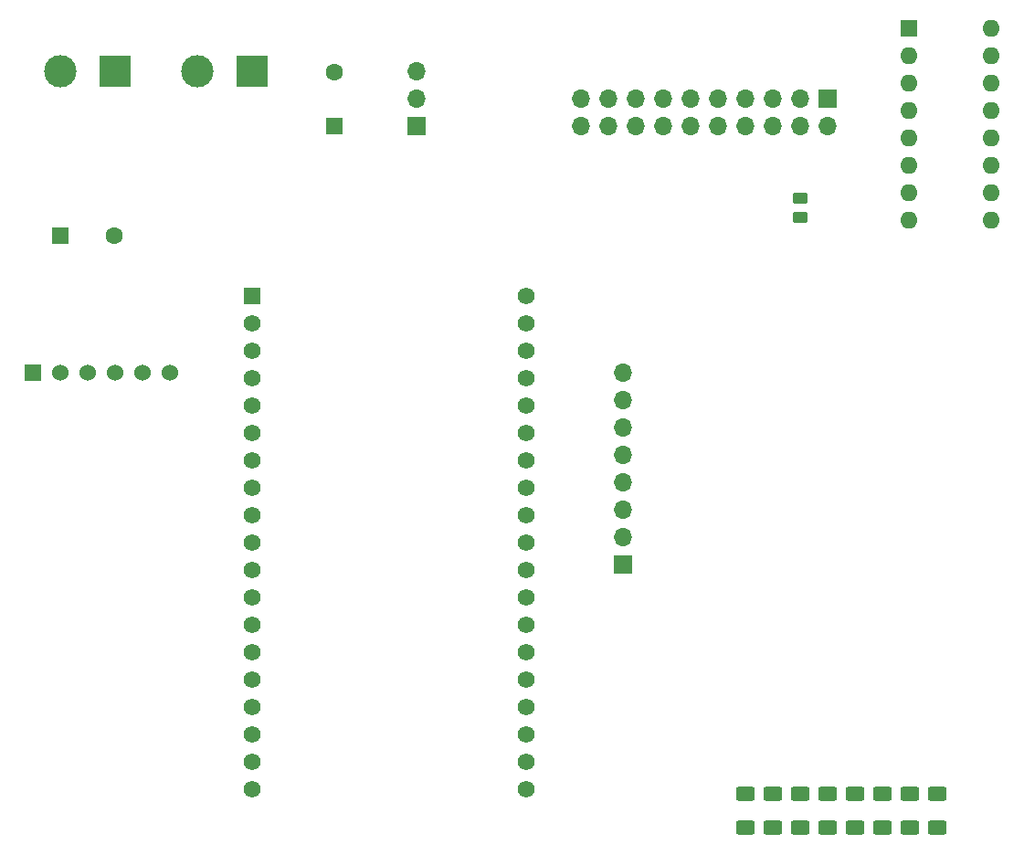
<source format=gbr>
%TF.GenerationSoftware,KiCad,Pcbnew,6.0.2+dfsg-1*%
%TF.CreationDate,2023-04-20T15:10:53+02:00*%
%TF.ProjectId,login-controller,6c6f6769-6e2d-4636-9f6e-74726f6c6c65,rev?*%
%TF.SameCoordinates,Original*%
%TF.FileFunction,Soldermask,Top*%
%TF.FilePolarity,Negative*%
%FSLAX46Y46*%
G04 Gerber Fmt 4.6, Leading zero omitted, Abs format (unit mm)*
G04 Created by KiCad (PCBNEW 6.0.2+dfsg-1) date 2023-04-20 15:10:53*
%MOMM*%
%LPD*%
G01*
G04 APERTURE LIST*
G04 Aperture macros list*
%AMRoundRect*
0 Rectangle with rounded corners*
0 $1 Rounding radius*
0 $2 $3 $4 $5 $6 $7 $8 $9 X,Y pos of 4 corners*
0 Add a 4 corners polygon primitive as box body*
4,1,4,$2,$3,$4,$5,$6,$7,$8,$9,$2,$3,0*
0 Add four circle primitives for the rounded corners*
1,1,$1+$1,$2,$3*
1,1,$1+$1,$4,$5*
1,1,$1+$1,$6,$7*
1,1,$1+$1,$8,$9*
0 Add four rect primitives between the rounded corners*
20,1,$1+$1,$2,$3,$4,$5,0*
20,1,$1+$1,$4,$5,$6,$7,0*
20,1,$1+$1,$6,$7,$8,$9,0*
20,1,$1+$1,$8,$9,$2,$3,0*%
G04 Aperture macros list end*
%ADD10R,1.560000X1.560000*%
%ADD11C,1.560000*%
%ADD12R,1.700000X1.700000*%
%ADD13O,1.700000X1.700000*%
%ADD14RoundRect,0.250000X0.625000X-0.400000X0.625000X0.400000X-0.625000X0.400000X-0.625000X-0.400000X0*%
%ADD15R,1.600000X1.600000*%
%ADD16C,1.600000*%
%ADD17O,1.600000X1.600000*%
%ADD18RoundRect,0.250000X0.450000X-0.262500X0.450000X0.262500X-0.450000X0.262500X-0.450000X-0.262500X0*%
%ADD19R,3.000000X3.000000*%
%ADD20C,3.000000*%
%ADD21R,1.524000X1.524000*%
%ADD22C,1.524000*%
G04 APERTURE END LIST*
D10*
%TO.C,U1*%
X132080000Y-48820000D03*
D11*
X132080000Y-51360000D03*
X132080000Y-53900000D03*
X132080000Y-56440000D03*
X132080000Y-58980000D03*
X132080000Y-61520000D03*
X132080000Y-64060000D03*
X132080000Y-66600000D03*
X132080000Y-69140000D03*
X132080000Y-71680000D03*
X132080000Y-74220000D03*
X132080000Y-76760000D03*
X132080000Y-79300000D03*
X132080000Y-81840000D03*
X132080000Y-84380000D03*
X132080000Y-86920000D03*
X132080000Y-89460000D03*
X132080000Y-92000000D03*
X132080000Y-94540000D03*
X157480000Y-48820000D03*
X157480000Y-51360000D03*
X157480000Y-53900000D03*
X157480000Y-56440000D03*
X157480000Y-58980000D03*
X157480000Y-61520000D03*
X157480000Y-64060000D03*
X157480000Y-66600000D03*
X157480000Y-69140000D03*
X157480000Y-71680000D03*
X157480000Y-74220000D03*
X157480000Y-76760000D03*
X157480000Y-79300000D03*
X157480000Y-81840000D03*
X157480000Y-84380000D03*
X157480000Y-86920000D03*
X157480000Y-89460000D03*
X157480000Y-92000000D03*
X157480000Y-94540000D03*
%TD*%
D12*
%TO.C,U4*%
X147320000Y-33020000D03*
D13*
X147320000Y-30480000D03*
X147320000Y-27940000D03*
%TD*%
D14*
%TO.C,R6*%
X187960000Y-98070000D03*
X187960000Y-94970000D03*
%TD*%
D15*
%TO.C,C2*%
X114340000Y-43220000D03*
D16*
X119340000Y-43220000D03*
%TD*%
D14*
%TO.C,R8*%
X193040000Y-98070000D03*
X193040000Y-94970000D03*
%TD*%
D15*
%TO.C,SW1*%
X193000000Y-24000000D03*
D17*
X193000000Y-26540000D03*
X193000000Y-29080000D03*
X193000000Y-31620000D03*
X193000000Y-34160000D03*
X193000000Y-36700000D03*
X193000000Y-39240000D03*
X193000000Y-41780000D03*
X200620000Y-41780000D03*
X200620000Y-39240000D03*
X200620000Y-36700000D03*
X200620000Y-34160000D03*
X200620000Y-31620000D03*
X200620000Y-29080000D03*
X200620000Y-26540000D03*
X200620000Y-24000000D03*
%TD*%
D14*
%TO.C,R2*%
X177800000Y-98070000D03*
X177800000Y-94970000D03*
%TD*%
D12*
%TO.C,U2*%
X166500000Y-73660000D03*
D13*
X166500000Y-71120000D03*
X166500000Y-68580000D03*
X166500000Y-66040000D03*
X166500000Y-63500000D03*
X166500000Y-60960000D03*
X166500000Y-58420000D03*
X166500000Y-55880000D03*
%TD*%
D18*
%TO.C,R1*%
X182880000Y-41552500D03*
X182880000Y-39727500D03*
%TD*%
D14*
%TO.C,R4*%
X182880000Y-98070000D03*
X182880000Y-94970000D03*
%TD*%
%TO.C,R7*%
X190500000Y-98070000D03*
X190500000Y-94970000D03*
%TD*%
D19*
%TO.C,J2*%
X132080000Y-27940000D03*
D20*
X127000000Y-27940000D03*
%TD*%
D12*
%TO.C,J4*%
X185420000Y-30480000D03*
D13*
X185420000Y-33020000D03*
X182880000Y-30480000D03*
X182880000Y-33020000D03*
X180340000Y-30480000D03*
X180340000Y-33020000D03*
X177800000Y-30480000D03*
X177800000Y-33020000D03*
X175260000Y-30480000D03*
X175260000Y-33020000D03*
X172720000Y-30480000D03*
X172720000Y-33020000D03*
X170180000Y-30480000D03*
X170180000Y-33020000D03*
X167640000Y-30480000D03*
X167640000Y-33020000D03*
X165100000Y-30480000D03*
X165100000Y-33020000D03*
X162560000Y-30480000D03*
X162560000Y-33020000D03*
%TD*%
D19*
%TO.C,J1*%
X119380000Y-27940000D03*
D20*
X114300000Y-27940000D03*
%TD*%
D14*
%TO.C,R5*%
X185420000Y-98070000D03*
X185420000Y-94970000D03*
%TD*%
%TO.C,R9*%
X195580000Y-98070000D03*
X195580000Y-94970000D03*
%TD*%
%TO.C,R3*%
X180340000Y-98070000D03*
X180340000Y-94970000D03*
%TD*%
D21*
%TO.C,U3*%
X111760000Y-55880000D03*
D22*
X114300000Y-55880000D03*
X116840000Y-55880000D03*
X119380000Y-55880000D03*
X121920000Y-55880000D03*
X124460000Y-55880000D03*
%TD*%
D15*
%TO.C,C1*%
X139700000Y-33020000D03*
D16*
X139700000Y-28020000D03*
%TD*%
M02*

</source>
